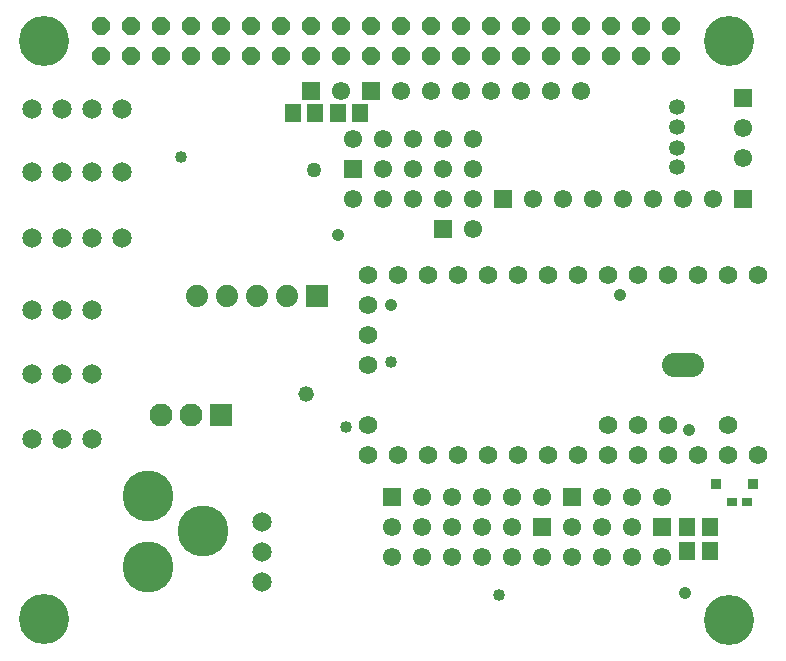
<source format=gbs>
G04 DipTrace 3.1.0.1*
G04 TeensyArbotixXYZRPIV0.3.gbs*
%MOIN*%
G04 #@! TF.FileFunction,Soldermask,Bot*
G04 #@! TF.Part,Single*
%AMOUTLINE0*5,1,8,0,0,0.065199,-22.499571*%
%ADD13C,0.04*%
%ADD18C,0.05*%
%ADD35R,0.035433X0.037402*%
%ADD36C,0.17*%
%ADD38C,0.065199*%
%ADD40C,0.05315*%
%ADD48C,0.074*%
%ADD49O,0.14X0.08*%
%ADD50C,0.06194*%
%ADD51R,0.074X0.074*%
%ADD52C,0.074*%
%ADD61C,0.167*%
%ADD63C,0.052*%
%ADD65C,0.042*%
%ADD75R,0.037433X0.029559*%
%ADD77R,0.053181X0.061055*%
%ADD81C,0.076803*%
%ADD83R,0.076803X0.076803*%
%ADD97C,0.061055*%
%ADD99R,0.061055X0.061055*%
%ADD111OUTLINE0*%
%FSLAX26Y26*%
G04*
G70*
G90*
G75*
G01*
G04 BotMask*
%LPD*%
D65*
X1513701Y1813701D3*
D63*
X1405634Y1282352D3*
D65*
X1688701Y1579654D3*
X2453701Y1613701D3*
X2681974Y1162998D3*
X2668701Y618701D3*
D61*
X2814961Y528402D3*
X531496Y531496D3*
Y2460630D3*
X2814961D3*
D13*
X1688701Y1388701D3*
X1538701Y1173701D3*
D18*
X1433701Y2028701D3*
D13*
X2048701Y613701D3*
X988701Y2073701D3*
D99*
X2193701Y838701D3*
D97*
Y738701D3*
X2093701Y838701D3*
Y738701D3*
X1993701Y838701D3*
Y738701D3*
X1893701Y838701D3*
Y738701D3*
X1793701Y838701D3*
Y738701D3*
X1693701Y838701D3*
Y738701D3*
D99*
Y938701D3*
D97*
X1793701D3*
X1893701D3*
X1993701D3*
X2093701D3*
X2193701D3*
D99*
X2593701Y838701D3*
D97*
Y738701D3*
X2493701Y838701D3*
Y738701D3*
X2393701Y838701D3*
Y738701D3*
X2293701Y838701D3*
Y738701D3*
D99*
Y938701D3*
D97*
X2393701D3*
X2493701D3*
X2593701D3*
D99*
X1563701Y2033701D3*
D97*
Y2133701D3*
X1663701Y2033701D3*
Y2133701D3*
X1763701Y2033701D3*
Y2133701D3*
X1863701Y2033701D3*
Y2133701D3*
X1963701Y2033701D3*
Y2133701D3*
D99*
X2863701Y2268701D3*
D97*
Y2168701D3*
Y2068701D3*
D35*
X2896054Y983324D3*
X2772038D3*
D36*
X878701Y943071D3*
Y706851D3*
X1063740Y824961D3*
D111*
X723229Y2410630D3*
Y2510630D3*
X823229Y2410630D3*
Y2510630D3*
X923229Y2410630D3*
Y2510630D3*
X1023229Y2410630D3*
Y2510630D3*
X1123229Y2410630D3*
Y2510630D3*
X1223229Y2410630D3*
Y2510630D3*
X1323229Y2410630D3*
Y2510630D3*
X1423229Y2410630D3*
Y2510630D3*
X1523229Y2410630D3*
Y2510630D3*
X1623229Y2410630D3*
Y2510630D3*
X1723229Y2410630D3*
Y2510630D3*
X1823229Y2410630D3*
Y2510630D3*
X1923229Y2410630D3*
Y2510630D3*
X2023229Y2410630D3*
Y2510630D3*
X2123229Y2410630D3*
Y2510630D3*
X2223229Y2410630D3*
Y2510630D3*
X2323229Y2410630D3*
Y2510630D3*
X2423229Y2410630D3*
Y2510630D3*
X2523229Y2410630D3*
Y2510630D3*
X2623229Y2410630D3*
Y2510630D3*
D38*
X493701Y1563701D3*
X593701D3*
X693701D3*
X493701Y1348701D3*
X593701D3*
X693701D3*
X493701Y1133701D3*
X593701D3*
X693701D3*
X1259574Y655848D3*
Y755848D3*
Y855848D3*
D99*
X2863701Y1933701D3*
D97*
X2763701D3*
X2663701D3*
X2563701D3*
X2463701D3*
X2363701D3*
X2263701D3*
X2163701D3*
D99*
X2063701D3*
D97*
X1963701D3*
X1863701D3*
X1763701D3*
X1663701D3*
X1563701D3*
D99*
X1423701Y2293701D3*
D97*
X1523701D3*
D99*
X1623701D3*
D97*
X1723701D3*
X1823701D3*
X1923701D3*
X2023701D3*
X2123701D3*
X2223701D3*
X2323701D3*
D99*
X1863701Y1833701D3*
D97*
X1963701D3*
D38*
X793701Y1803701D3*
X693701D3*
X593701D3*
X493701D3*
X793701Y2023701D3*
X693701D3*
X593701D3*
X493701D3*
X793701Y2233701D3*
X693701D3*
X593701D3*
X493701D3*
D40*
X2643701Y2238701D3*
Y2173701D3*
Y2103701D3*
Y2038701D3*
D83*
X1122963Y1211487D3*
D81*
X1022963D3*
X922963D3*
D75*
X2875649Y921436D3*
X2824467D3*
D77*
X2751103Y758701D3*
X2676299D3*
X1511299Y2218701D3*
X1586103D3*
X1436103D3*
X1361299D3*
X2751103Y838701D3*
X2676299D3*
D48*
X2663404Y1380033D3*
D49*
D3*
D50*
X2913404Y1680033D3*
X2813404D3*
X2713404D3*
X2613404D3*
X2513404D3*
X2413404D3*
X2313404D3*
X2213404D3*
X2113404D3*
X2013404D3*
X1913404D3*
X1813404D3*
X1713404D3*
X1613404D3*
Y1380033D3*
Y1480033D3*
Y1580033D3*
Y1180033D3*
Y1080033D3*
X1713404D3*
X1813404D3*
X1913404D3*
X2013404D3*
X2113404D3*
X2213404D3*
X2313404D3*
X2413404D3*
X2513404D3*
X2613404D3*
X2713404D3*
X2813404D3*
X2913404D3*
X2813404Y1180033D3*
X2613404D3*
X2513404D3*
X2413404D3*
D51*
X1443335Y1607704D3*
D52*
X1343335D3*
X1243335D3*
X1043335D3*
X1143335D3*
M02*

</source>
